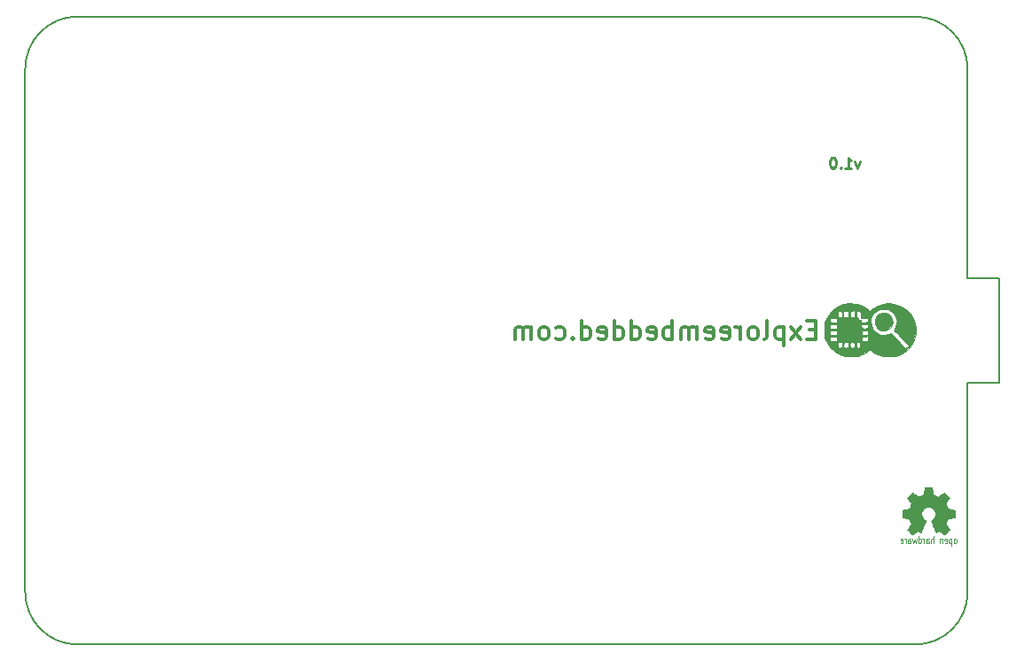
<source format=gbr>
G04 #@! TF.FileFunction,Legend,Bot*
%FSLAX46Y46*%
G04 Gerber Fmt 4.6, Leading zero omitted, Abs format (unit mm)*
G04 Created by KiCad (PCBNEW 4.0.7) date 09/21/17 19:05:52*
%MOMM*%
%LPD*%
G01*
G04 APERTURE LIST*
%ADD10C,0.100000*%
%ADD11C,0.254000*%
%ADD12C,0.150000*%
%ADD13C,0.300000*%
%ADD14C,0.075000*%
%ADD15C,0.002540*%
G04 APERTURE END LIST*
D10*
D11*
X144707428Y-81316286D02*
X144465523Y-81993619D01*
X144223619Y-81316286D01*
X143304381Y-81993619D02*
X143884952Y-81993619D01*
X143594666Y-81993619D02*
X143594666Y-80977619D01*
X143691428Y-81122762D01*
X143788190Y-81219524D01*
X143884952Y-81267905D01*
X142868952Y-81896857D02*
X142820571Y-81945238D01*
X142868952Y-81993619D01*
X142917333Y-81945238D01*
X142868952Y-81896857D01*
X142868952Y-81993619D01*
X142191618Y-80977619D02*
X142094857Y-80977619D01*
X141998095Y-81026000D01*
X141949714Y-81074381D01*
X141901333Y-81171143D01*
X141852952Y-81364667D01*
X141852952Y-81606571D01*
X141901333Y-81800095D01*
X141949714Y-81896857D01*
X141998095Y-81945238D01*
X142094857Y-81993619D01*
X142191618Y-81993619D01*
X142288380Y-81945238D01*
X142336761Y-81896857D01*
X142385142Y-81800095D01*
X142433523Y-81606571D01*
X142433523Y-81364667D01*
X142385142Y-81171143D01*
X142336761Y-81074381D01*
X142288380Y-81026000D01*
X142191618Y-80977619D01*
D12*
X65000000Y-112500000D02*
X65000000Y-82500000D01*
X155000000Y-77500000D02*
X155000000Y-87500000D01*
X65000000Y-122500000D02*
X65000000Y-112500000D01*
X65000000Y-72500000D02*
X65000000Y-82500000D01*
X158000000Y-102500000D02*
X155000000Y-102500000D01*
X158000000Y-92500000D02*
X158000000Y-102500000D01*
X155000000Y-92500000D02*
X158000000Y-92500000D01*
X150000000Y-67500000D02*
X70000000Y-67500000D01*
X155000000Y-77500000D02*
X155000000Y-72500000D01*
X155000000Y-122500000D02*
X155000000Y-102500000D01*
X70000000Y-127500000D02*
X150000000Y-127500000D01*
X155000000Y-72500000D02*
G75*
G03X150000000Y-67500000I-5000000J0D01*
G01*
X150000000Y-127500000D02*
G75*
G03X155000000Y-122500000I0J5000000D01*
G01*
X65000000Y-122500000D02*
G75*
G03X70000000Y-127500000I5000000J0D01*
G01*
X70000000Y-67500000D02*
G75*
G03X65000000Y-72500000I0J-5000000D01*
G01*
X155000000Y-92500000D02*
X155000000Y-87500000D01*
D13*
X140462002Y-97409000D02*
X139869335Y-97409000D01*
X139615335Y-98340333D02*
X140462002Y-98340333D01*
X140462002Y-96562333D01*
X139615335Y-96562333D01*
X139022668Y-98340333D02*
X138091335Y-97155000D01*
X139022668Y-97155000D02*
X138091335Y-98340333D01*
X137414002Y-97155000D02*
X137414002Y-98933000D01*
X137414002Y-97239667D02*
X137244668Y-97155000D01*
X136906002Y-97155000D01*
X136736668Y-97239667D01*
X136652002Y-97324333D01*
X136567335Y-97493667D01*
X136567335Y-98001667D01*
X136652002Y-98171000D01*
X136736668Y-98255667D01*
X136906002Y-98340333D01*
X137244668Y-98340333D01*
X137414002Y-98255667D01*
X135551335Y-98340333D02*
X135720668Y-98255667D01*
X135805335Y-98086333D01*
X135805335Y-96562333D01*
X134620002Y-98340333D02*
X134789335Y-98255667D01*
X134874002Y-98171000D01*
X134958668Y-98001667D01*
X134958668Y-97493667D01*
X134874002Y-97324333D01*
X134789335Y-97239667D01*
X134620002Y-97155000D01*
X134366002Y-97155000D01*
X134196668Y-97239667D01*
X134112002Y-97324333D01*
X134027335Y-97493667D01*
X134027335Y-98001667D01*
X134112002Y-98171000D01*
X134196668Y-98255667D01*
X134366002Y-98340333D01*
X134620002Y-98340333D01*
X133265335Y-98340333D02*
X133265335Y-97155000D01*
X133265335Y-97493667D02*
X133180668Y-97324333D01*
X133096001Y-97239667D01*
X132926668Y-97155000D01*
X132757335Y-97155000D01*
X131487334Y-98255667D02*
X131656668Y-98340333D01*
X131995334Y-98340333D01*
X132164668Y-98255667D01*
X132249334Y-98086333D01*
X132249334Y-97409000D01*
X132164668Y-97239667D01*
X131995334Y-97155000D01*
X131656668Y-97155000D01*
X131487334Y-97239667D01*
X131402668Y-97409000D01*
X131402668Y-97578333D01*
X132249334Y-97747667D01*
X129963334Y-98255667D02*
X130132668Y-98340333D01*
X130471334Y-98340333D01*
X130640668Y-98255667D01*
X130725334Y-98086333D01*
X130725334Y-97409000D01*
X130640668Y-97239667D01*
X130471334Y-97155000D01*
X130132668Y-97155000D01*
X129963334Y-97239667D01*
X129878668Y-97409000D01*
X129878668Y-97578333D01*
X130725334Y-97747667D01*
X129116668Y-98340333D02*
X129116668Y-97155000D01*
X129116668Y-97324333D02*
X129032001Y-97239667D01*
X128862668Y-97155000D01*
X128608668Y-97155000D01*
X128439334Y-97239667D01*
X128354668Y-97409000D01*
X128354668Y-98340333D01*
X128354668Y-97409000D02*
X128270001Y-97239667D01*
X128100668Y-97155000D01*
X127846668Y-97155000D01*
X127677334Y-97239667D01*
X127592668Y-97409000D01*
X127592668Y-98340333D01*
X126746001Y-98340333D02*
X126746001Y-96562333D01*
X126746001Y-97239667D02*
X126576667Y-97155000D01*
X126238001Y-97155000D01*
X126068667Y-97239667D01*
X125984001Y-97324333D01*
X125899334Y-97493667D01*
X125899334Y-98001667D01*
X125984001Y-98171000D01*
X126068667Y-98255667D01*
X126238001Y-98340333D01*
X126576667Y-98340333D01*
X126746001Y-98255667D01*
X124460000Y-98255667D02*
X124629334Y-98340333D01*
X124968000Y-98340333D01*
X125137334Y-98255667D01*
X125222000Y-98086333D01*
X125222000Y-97409000D01*
X125137334Y-97239667D01*
X124968000Y-97155000D01*
X124629334Y-97155000D01*
X124460000Y-97239667D01*
X124375334Y-97409000D01*
X124375334Y-97578333D01*
X125222000Y-97747667D01*
X122851334Y-98340333D02*
X122851334Y-96562333D01*
X122851334Y-98255667D02*
X123020667Y-98340333D01*
X123359334Y-98340333D01*
X123528667Y-98255667D01*
X123613334Y-98171000D01*
X123698000Y-98001667D01*
X123698000Y-97493667D01*
X123613334Y-97324333D01*
X123528667Y-97239667D01*
X123359334Y-97155000D01*
X123020667Y-97155000D01*
X122851334Y-97239667D01*
X121242667Y-98340333D02*
X121242667Y-96562333D01*
X121242667Y-98255667D02*
X121412000Y-98340333D01*
X121750667Y-98340333D01*
X121920000Y-98255667D01*
X122004667Y-98171000D01*
X122089333Y-98001667D01*
X122089333Y-97493667D01*
X122004667Y-97324333D01*
X121920000Y-97239667D01*
X121750667Y-97155000D01*
X121412000Y-97155000D01*
X121242667Y-97239667D01*
X119718666Y-98255667D02*
X119888000Y-98340333D01*
X120226666Y-98340333D01*
X120396000Y-98255667D01*
X120480666Y-98086333D01*
X120480666Y-97409000D01*
X120396000Y-97239667D01*
X120226666Y-97155000D01*
X119888000Y-97155000D01*
X119718666Y-97239667D01*
X119634000Y-97409000D01*
X119634000Y-97578333D01*
X120480666Y-97747667D01*
X118110000Y-98340333D02*
X118110000Y-96562333D01*
X118110000Y-98255667D02*
X118279333Y-98340333D01*
X118618000Y-98340333D01*
X118787333Y-98255667D01*
X118872000Y-98171000D01*
X118956666Y-98001667D01*
X118956666Y-97493667D01*
X118872000Y-97324333D01*
X118787333Y-97239667D01*
X118618000Y-97155000D01*
X118279333Y-97155000D01*
X118110000Y-97239667D01*
X117263333Y-98171000D02*
X117178666Y-98255667D01*
X117263333Y-98340333D01*
X117347999Y-98255667D01*
X117263333Y-98171000D01*
X117263333Y-98340333D01*
X115654666Y-98255667D02*
X115823999Y-98340333D01*
X116162666Y-98340333D01*
X116331999Y-98255667D01*
X116416666Y-98171000D01*
X116501332Y-98001667D01*
X116501332Y-97493667D01*
X116416666Y-97324333D01*
X116331999Y-97239667D01*
X116162666Y-97155000D01*
X115823999Y-97155000D01*
X115654666Y-97239667D01*
X114638666Y-98340333D02*
X114807999Y-98255667D01*
X114892666Y-98171000D01*
X114977332Y-98001667D01*
X114977332Y-97493667D01*
X114892666Y-97324333D01*
X114807999Y-97239667D01*
X114638666Y-97155000D01*
X114384666Y-97155000D01*
X114215332Y-97239667D01*
X114130666Y-97324333D01*
X114045999Y-97493667D01*
X114045999Y-98001667D01*
X114130666Y-98171000D01*
X114215332Y-98255667D01*
X114384666Y-98340333D01*
X114638666Y-98340333D01*
X113283999Y-98340333D02*
X113283999Y-97155000D01*
X113283999Y-97324333D02*
X113199332Y-97239667D01*
X113029999Y-97155000D01*
X112775999Y-97155000D01*
X112606665Y-97239667D01*
X112521999Y-97409000D01*
X112521999Y-98340333D01*
X112521999Y-97409000D02*
X112437332Y-97239667D01*
X112267999Y-97155000D01*
X112013999Y-97155000D01*
X111844665Y-97239667D01*
X111759999Y-97409000D01*
X111759999Y-98340333D01*
D14*
X149090000Y-117370000D02*
X149090000Y-117830000D01*
X149000000Y-117370000D02*
X148950000Y-117370000D01*
X149050000Y-117400000D02*
X149000000Y-117370000D01*
X149070000Y-117420000D02*
X149050000Y-117400000D01*
X149090000Y-117490000D02*
X149070000Y-117420000D01*
X148650000Y-117830000D02*
X148600000Y-117800000D01*
X148750000Y-117830000D02*
X148650000Y-117830000D01*
X148790000Y-117800000D02*
X148750000Y-117830000D01*
X148810000Y-117730000D02*
X148790000Y-117800000D01*
X148810000Y-117460000D02*
X148810000Y-117730000D01*
X148780000Y-117400000D02*
X148810000Y-117460000D01*
X148740000Y-117370000D02*
X148780000Y-117400000D01*
X148640000Y-117370000D02*
X148740000Y-117370000D01*
X148600000Y-117410000D02*
X148640000Y-117370000D01*
X148580000Y-117480000D02*
X148600000Y-117410000D01*
X148580000Y-117600000D02*
X148580000Y-117480000D01*
X148580000Y-117600000D02*
X148810000Y-117600000D01*
X149330000Y-117460000D02*
X149330000Y-117830000D01*
X149360000Y-117400000D02*
X149330000Y-117460000D01*
X149400000Y-117370000D02*
X149360000Y-117400000D01*
X149500000Y-117370000D02*
X149400000Y-117370000D01*
X149550000Y-117400000D02*
X149500000Y-117370000D01*
X149490000Y-117560000D02*
X149540000Y-117590000D01*
X149370000Y-117560000D02*
X149490000Y-117560000D01*
X149330000Y-117530000D02*
X149370000Y-117560000D01*
X149380000Y-117830000D02*
X149330000Y-117790000D01*
X149500000Y-117830000D02*
X149380000Y-117830000D01*
X149550000Y-117790000D02*
X149500000Y-117830000D01*
X149570000Y-117730000D02*
X149550000Y-117790000D01*
X149570000Y-117660000D02*
X149570000Y-117730000D01*
X149540000Y-117590000D02*
X149570000Y-117660000D01*
X150120000Y-117370000D02*
X150020000Y-117830000D01*
X150020000Y-117830000D02*
X149930000Y-117490000D01*
X149930000Y-117490000D02*
X149830000Y-117830000D01*
X149830000Y-117830000D02*
X149730000Y-117370000D01*
X150310000Y-117800000D02*
X150350000Y-117830000D01*
X150350000Y-117830000D02*
X150460000Y-117830000D01*
X150460000Y-117830000D02*
X150500000Y-117800000D01*
X150500000Y-117800000D02*
X150520000Y-117770000D01*
X150520000Y-117770000D02*
X150550000Y-117700000D01*
X150550000Y-117700000D02*
X150550000Y-117500000D01*
X150550000Y-117500000D02*
X150520000Y-117430000D01*
X150520000Y-117430000D02*
X150500000Y-117400000D01*
X150500000Y-117400000D02*
X150440000Y-117360000D01*
X150440000Y-117360000D02*
X150370000Y-117360000D01*
X150370000Y-117360000D02*
X150310000Y-117400000D01*
X150310000Y-117130000D02*
X150310000Y-117830000D01*
X150830000Y-117490000D02*
X150810000Y-117420000D01*
X150810000Y-117420000D02*
X150790000Y-117400000D01*
X150790000Y-117400000D02*
X150740000Y-117370000D01*
X150740000Y-117370000D02*
X150690000Y-117370000D01*
X150830000Y-117370000D02*
X150830000Y-117830000D01*
X151280000Y-117590000D02*
X151310000Y-117660000D01*
X151310000Y-117660000D02*
X151310000Y-117730000D01*
X151310000Y-117730000D02*
X151290000Y-117790000D01*
X151290000Y-117790000D02*
X151240000Y-117830000D01*
X151240000Y-117830000D02*
X151120000Y-117830000D01*
X151120000Y-117830000D02*
X151070000Y-117790000D01*
X151070000Y-117530000D02*
X151110000Y-117560000D01*
X151110000Y-117560000D02*
X151230000Y-117560000D01*
X151230000Y-117560000D02*
X151280000Y-117590000D01*
X151290000Y-117400000D02*
X151240000Y-117370000D01*
X151240000Y-117370000D02*
X151140000Y-117370000D01*
X151140000Y-117370000D02*
X151100000Y-117400000D01*
X151100000Y-117400000D02*
X151070000Y-117460000D01*
X151070000Y-117460000D02*
X151070000Y-117830000D01*
X151740000Y-117440000D02*
X151720000Y-117400000D01*
X151720000Y-117400000D02*
X151670000Y-117370000D01*
X151670000Y-117370000D02*
X151590000Y-117370000D01*
X151590000Y-117370000D02*
X151550000Y-117400000D01*
X151550000Y-117400000D02*
X151530000Y-117460000D01*
X151530000Y-117460000D02*
X151530000Y-117830000D01*
X151740000Y-117130000D02*
X151740000Y-117830000D01*
X152790000Y-117600000D02*
X153020000Y-117600000D01*
X152570000Y-117430000D02*
X152550000Y-117400000D01*
X152550000Y-117400000D02*
X152510000Y-117370000D01*
X152510000Y-117370000D02*
X152420000Y-117370000D01*
X152420000Y-117370000D02*
X152380000Y-117400000D01*
X152380000Y-117400000D02*
X152360000Y-117460000D01*
X152360000Y-117460000D02*
X152360000Y-117830000D01*
X152570000Y-117370000D02*
X152570000Y-117830000D01*
X152790000Y-117600000D02*
X152790000Y-117480000D01*
X152790000Y-117480000D02*
X152810000Y-117410000D01*
X152810000Y-117410000D02*
X152850000Y-117370000D01*
X152850000Y-117370000D02*
X152950000Y-117370000D01*
X152950000Y-117370000D02*
X152990000Y-117400000D01*
X152990000Y-117400000D02*
X153020000Y-117460000D01*
X153020000Y-117460000D02*
X153020000Y-117730000D01*
X153020000Y-117730000D02*
X153000000Y-117800000D01*
X153000000Y-117800000D02*
X152960000Y-117830000D01*
X152960000Y-117830000D02*
X152860000Y-117830000D01*
X152860000Y-117830000D02*
X152810000Y-117800000D01*
X153450000Y-117400000D02*
X153410000Y-117370000D01*
X153410000Y-117370000D02*
X153310000Y-117370000D01*
X153310000Y-117370000D02*
X153270000Y-117400000D01*
X153270000Y-117400000D02*
X153240000Y-117430000D01*
X153240000Y-117430000D02*
X153220000Y-117490000D01*
X153220000Y-117490000D02*
X153220000Y-117710000D01*
X153220000Y-117710000D02*
X153240000Y-117770000D01*
X153240000Y-117770000D02*
X153260000Y-117800000D01*
X153260000Y-117800000D02*
X153300000Y-117830000D01*
X153300000Y-117830000D02*
X153400000Y-117830000D01*
X153400000Y-117830000D02*
X153450000Y-117800000D01*
X153450000Y-118070000D02*
X153450000Y-117370000D01*
X153760000Y-117370000D02*
X153840000Y-117370000D01*
X153840000Y-117370000D02*
X153880000Y-117400000D01*
X153880000Y-117400000D02*
X153900000Y-117430000D01*
X153900000Y-117430000D02*
X153930000Y-117500000D01*
X153840000Y-117830000D02*
X153760000Y-117830000D01*
X153760000Y-117830000D02*
X153710000Y-117800000D01*
X153710000Y-117800000D02*
X153690000Y-117770000D01*
X153690000Y-117770000D02*
X153670000Y-117700000D01*
X153670000Y-117700000D02*
X153670000Y-117500000D01*
X153670000Y-117500000D02*
X153690000Y-117440000D01*
X153690000Y-117440000D02*
X153710000Y-117410000D01*
X153710000Y-117410000D02*
X153760000Y-117370000D01*
X153930000Y-117500000D02*
X153930000Y-117700000D01*
X153930000Y-117700000D02*
X153910000Y-117760000D01*
X153910000Y-117760000D02*
X153890000Y-117790000D01*
X153890000Y-117790000D02*
X153840000Y-117830000D01*
D15*
G36*
X152763840Y-116995360D02*
X152738440Y-116980120D01*
X152680020Y-116944560D01*
X152596200Y-116888680D01*
X152497140Y-116822640D01*
X152398080Y-116756600D01*
X152316800Y-116703260D01*
X152260920Y-116665160D01*
X152235520Y-116652460D01*
X152222820Y-116657540D01*
X152177100Y-116680400D01*
X152108520Y-116715960D01*
X152067880Y-116736280D01*
X152006920Y-116761680D01*
X151973900Y-116769300D01*
X151968820Y-116759140D01*
X151945960Y-116710880D01*
X151910400Y-116629600D01*
X151864680Y-116520380D01*
X151808800Y-116393380D01*
X151752920Y-116258760D01*
X151694500Y-116119060D01*
X151638620Y-115984440D01*
X151590360Y-115865060D01*
X151549720Y-115768540D01*
X151524320Y-115699960D01*
X151514160Y-115672020D01*
X151516700Y-115664400D01*
X151549720Y-115633920D01*
X151603060Y-115593280D01*
X151722440Y-115496760D01*
X151839280Y-115351980D01*
X151910400Y-115186880D01*
X151933260Y-115001460D01*
X151912940Y-114831280D01*
X151846900Y-114668720D01*
X151732600Y-114521400D01*
X151592900Y-114412180D01*
X151430340Y-114343600D01*
X151250000Y-114320740D01*
X151077280Y-114341060D01*
X150909640Y-114407100D01*
X150762320Y-114518860D01*
X150698820Y-114589980D01*
X150612460Y-114739840D01*
X150564200Y-114897320D01*
X150559120Y-114937960D01*
X150566740Y-115113220D01*
X150617540Y-115283400D01*
X150711520Y-115433260D01*
X150841060Y-115557720D01*
X150856300Y-115567880D01*
X150914720Y-115613600D01*
X150955360Y-115644080D01*
X150985840Y-115669480D01*
X150762320Y-116207960D01*
X150726760Y-116291780D01*
X150665800Y-116439100D01*
X150612460Y-116566100D01*
X150569280Y-116667700D01*
X150538800Y-116733740D01*
X150526100Y-116761680D01*
X150526100Y-116764220D01*
X150505780Y-116766760D01*
X150465140Y-116751520D01*
X150388940Y-116715960D01*
X150340680Y-116690560D01*
X150282260Y-116662620D01*
X150256860Y-116652460D01*
X150234000Y-116665160D01*
X150180660Y-116700720D01*
X150099380Y-116754060D01*
X150002860Y-116817560D01*
X149911420Y-116881060D01*
X149827600Y-116936940D01*
X149766640Y-116975040D01*
X149736160Y-116992820D01*
X149731080Y-116992820D01*
X149705680Y-116977580D01*
X149657420Y-116936940D01*
X149583760Y-116868360D01*
X149479620Y-116764220D01*
X149464380Y-116748980D01*
X149378020Y-116662620D01*
X149309440Y-116588960D01*
X149263720Y-116538160D01*
X149245940Y-116515300D01*
X149245940Y-116515300D01*
X149261180Y-116484820D01*
X149299280Y-116423860D01*
X149355160Y-116337500D01*
X149423740Y-116238440D01*
X149601540Y-115979360D01*
X149505020Y-115735520D01*
X149474540Y-115659320D01*
X149436440Y-115570420D01*
X149408500Y-115504380D01*
X149393260Y-115476440D01*
X149367860Y-115466280D01*
X149299280Y-115451040D01*
X149202760Y-115430720D01*
X149088460Y-115410400D01*
X148976700Y-115390080D01*
X148877640Y-115369760D01*
X148806520Y-115357060D01*
X148773500Y-115349440D01*
X148765880Y-115344360D01*
X148758260Y-115329120D01*
X148755720Y-115296100D01*
X148753180Y-115235140D01*
X148750640Y-115141160D01*
X148750640Y-115001460D01*
X148750640Y-114986220D01*
X148753180Y-114856680D01*
X148755720Y-114750000D01*
X148758260Y-114683960D01*
X148763340Y-114656020D01*
X148763340Y-114656020D01*
X148793820Y-114648400D01*
X148864940Y-114633160D01*
X148964000Y-114615380D01*
X149083380Y-114592520D01*
X149091000Y-114589980D01*
X149207840Y-114567120D01*
X149306900Y-114546800D01*
X149378020Y-114531560D01*
X149405960Y-114521400D01*
X149413580Y-114513780D01*
X149436440Y-114468060D01*
X149469460Y-114394400D01*
X149510100Y-114305500D01*
X149548200Y-114211520D01*
X149581220Y-114127700D01*
X149604080Y-114066740D01*
X149611700Y-114038800D01*
X149609160Y-114036260D01*
X149591380Y-114008320D01*
X149550740Y-113947360D01*
X149494860Y-113863540D01*
X149426280Y-113761940D01*
X149421200Y-113754320D01*
X149352620Y-113655260D01*
X149296740Y-113568900D01*
X149261180Y-113510480D01*
X149245940Y-113482540D01*
X149245940Y-113480000D01*
X149268800Y-113449520D01*
X149319600Y-113393640D01*
X149393260Y-113317440D01*
X149479620Y-113228540D01*
X149507560Y-113203140D01*
X149606620Y-113106620D01*
X149672660Y-113045660D01*
X149715840Y-113012640D01*
X149736160Y-113005020D01*
X149736160Y-113005020D01*
X149766640Y-113022800D01*
X149830140Y-113063440D01*
X149913960Y-113121860D01*
X150015560Y-113190440D01*
X150023180Y-113195520D01*
X150122240Y-113264100D01*
X150206060Y-113319980D01*
X150264480Y-113360620D01*
X150292420Y-113375860D01*
X150294960Y-113375860D01*
X150335600Y-113363160D01*
X150406720Y-113337760D01*
X150495620Y-113304740D01*
X150587060Y-113266640D01*
X150670880Y-113231080D01*
X150734380Y-113203140D01*
X150764860Y-113185360D01*
X150764860Y-113185360D01*
X150775020Y-113149800D01*
X150792800Y-113073600D01*
X150813120Y-112972000D01*
X150838520Y-112850080D01*
X150841060Y-112829760D01*
X150863920Y-112710380D01*
X150881700Y-112611320D01*
X150896940Y-112542740D01*
X150904560Y-112514800D01*
X150919800Y-112512260D01*
X150978220Y-112507180D01*
X151067120Y-112504640D01*
X151176340Y-112504640D01*
X151288100Y-112504640D01*
X151397320Y-112507180D01*
X151491300Y-112509720D01*
X151559880Y-112514800D01*
X151587820Y-112519880D01*
X151587820Y-112522420D01*
X151597980Y-112560520D01*
X151615760Y-112634180D01*
X151636080Y-112738320D01*
X151658940Y-112860240D01*
X151664020Y-112883100D01*
X151686880Y-112999940D01*
X151707200Y-113099000D01*
X151719900Y-113165040D01*
X151727520Y-113192980D01*
X151740220Y-113198060D01*
X151788480Y-113218380D01*
X151867220Y-113251400D01*
X151966280Y-113292040D01*
X152194880Y-113383480D01*
X152476820Y-113192980D01*
X152502220Y-113175200D01*
X152603820Y-113106620D01*
X152685100Y-113050740D01*
X152743520Y-113012640D01*
X152766380Y-112999940D01*
X152768920Y-112999940D01*
X152796860Y-113025340D01*
X152852740Y-113078680D01*
X152928940Y-113152340D01*
X153017840Y-113238700D01*
X153081340Y-113304740D01*
X153160080Y-113383480D01*
X153208340Y-113436820D01*
X153236280Y-113469840D01*
X153243900Y-113490160D01*
X153241360Y-113505400D01*
X153223580Y-113533340D01*
X153182940Y-113594300D01*
X153124520Y-113680660D01*
X153055940Y-113779720D01*
X153000060Y-113863540D01*
X152939100Y-113957520D01*
X152901000Y-114023560D01*
X152885760Y-114056580D01*
X152890840Y-114069280D01*
X152908620Y-114125160D01*
X152944180Y-114208980D01*
X152984820Y-114308040D01*
X153083880Y-114529020D01*
X153228660Y-114556960D01*
X153317560Y-114574740D01*
X153439480Y-114597600D01*
X153558860Y-114620460D01*
X153741740Y-114656020D01*
X153749360Y-115331660D01*
X153721420Y-115344360D01*
X153693480Y-115351980D01*
X153624900Y-115367220D01*
X153528380Y-115387540D01*
X153411540Y-115407860D01*
X153315020Y-115425640D01*
X153215960Y-115445960D01*
X153144840Y-115458660D01*
X153114360Y-115466280D01*
X153104200Y-115476440D01*
X153081340Y-115524700D01*
X153045780Y-115600900D01*
X153005140Y-115692340D01*
X152967040Y-115786320D01*
X152931480Y-115875220D01*
X152908620Y-115941260D01*
X152898460Y-115974280D01*
X152911160Y-116002220D01*
X152949260Y-116060640D01*
X153002600Y-116141920D01*
X153071180Y-116240980D01*
X153137220Y-116337500D01*
X153195640Y-116421320D01*
X153233740Y-116482280D01*
X153251520Y-116510220D01*
X153241360Y-116528000D01*
X153203260Y-116576260D01*
X153129600Y-116652460D01*
X153017840Y-116761680D01*
X153000060Y-116779460D01*
X152913700Y-116863280D01*
X152840040Y-116931860D01*
X152786700Y-116977580D01*
X152763840Y-116995360D01*
X152763840Y-116995360D01*
G37*
X152763840Y-116995360D02*
X152738440Y-116980120D01*
X152680020Y-116944560D01*
X152596200Y-116888680D01*
X152497140Y-116822640D01*
X152398080Y-116756600D01*
X152316800Y-116703260D01*
X152260920Y-116665160D01*
X152235520Y-116652460D01*
X152222820Y-116657540D01*
X152177100Y-116680400D01*
X152108520Y-116715960D01*
X152067880Y-116736280D01*
X152006920Y-116761680D01*
X151973900Y-116769300D01*
X151968820Y-116759140D01*
X151945960Y-116710880D01*
X151910400Y-116629600D01*
X151864680Y-116520380D01*
X151808800Y-116393380D01*
X151752920Y-116258760D01*
X151694500Y-116119060D01*
X151638620Y-115984440D01*
X151590360Y-115865060D01*
X151549720Y-115768540D01*
X151524320Y-115699960D01*
X151514160Y-115672020D01*
X151516700Y-115664400D01*
X151549720Y-115633920D01*
X151603060Y-115593280D01*
X151722440Y-115496760D01*
X151839280Y-115351980D01*
X151910400Y-115186880D01*
X151933260Y-115001460D01*
X151912940Y-114831280D01*
X151846900Y-114668720D01*
X151732600Y-114521400D01*
X151592900Y-114412180D01*
X151430340Y-114343600D01*
X151250000Y-114320740D01*
X151077280Y-114341060D01*
X150909640Y-114407100D01*
X150762320Y-114518860D01*
X150698820Y-114589980D01*
X150612460Y-114739840D01*
X150564200Y-114897320D01*
X150559120Y-114937960D01*
X150566740Y-115113220D01*
X150617540Y-115283400D01*
X150711520Y-115433260D01*
X150841060Y-115557720D01*
X150856300Y-115567880D01*
X150914720Y-115613600D01*
X150955360Y-115644080D01*
X150985840Y-115669480D01*
X150762320Y-116207960D01*
X150726760Y-116291780D01*
X150665800Y-116439100D01*
X150612460Y-116566100D01*
X150569280Y-116667700D01*
X150538800Y-116733740D01*
X150526100Y-116761680D01*
X150526100Y-116764220D01*
X150505780Y-116766760D01*
X150465140Y-116751520D01*
X150388940Y-116715960D01*
X150340680Y-116690560D01*
X150282260Y-116662620D01*
X150256860Y-116652460D01*
X150234000Y-116665160D01*
X150180660Y-116700720D01*
X150099380Y-116754060D01*
X150002860Y-116817560D01*
X149911420Y-116881060D01*
X149827600Y-116936940D01*
X149766640Y-116975040D01*
X149736160Y-116992820D01*
X149731080Y-116992820D01*
X149705680Y-116977580D01*
X149657420Y-116936940D01*
X149583760Y-116868360D01*
X149479620Y-116764220D01*
X149464380Y-116748980D01*
X149378020Y-116662620D01*
X149309440Y-116588960D01*
X149263720Y-116538160D01*
X149245940Y-116515300D01*
X149245940Y-116515300D01*
X149261180Y-116484820D01*
X149299280Y-116423860D01*
X149355160Y-116337500D01*
X149423740Y-116238440D01*
X149601540Y-115979360D01*
X149505020Y-115735520D01*
X149474540Y-115659320D01*
X149436440Y-115570420D01*
X149408500Y-115504380D01*
X149393260Y-115476440D01*
X149367860Y-115466280D01*
X149299280Y-115451040D01*
X149202760Y-115430720D01*
X149088460Y-115410400D01*
X148976700Y-115390080D01*
X148877640Y-115369760D01*
X148806520Y-115357060D01*
X148773500Y-115349440D01*
X148765880Y-115344360D01*
X148758260Y-115329120D01*
X148755720Y-115296100D01*
X148753180Y-115235140D01*
X148750640Y-115141160D01*
X148750640Y-115001460D01*
X148750640Y-114986220D01*
X148753180Y-114856680D01*
X148755720Y-114750000D01*
X148758260Y-114683960D01*
X148763340Y-114656020D01*
X148763340Y-114656020D01*
X148793820Y-114648400D01*
X148864940Y-114633160D01*
X148964000Y-114615380D01*
X149083380Y-114592520D01*
X149091000Y-114589980D01*
X149207840Y-114567120D01*
X149306900Y-114546800D01*
X149378020Y-114531560D01*
X149405960Y-114521400D01*
X149413580Y-114513780D01*
X149436440Y-114468060D01*
X149469460Y-114394400D01*
X149510100Y-114305500D01*
X149548200Y-114211520D01*
X149581220Y-114127700D01*
X149604080Y-114066740D01*
X149611700Y-114038800D01*
X149609160Y-114036260D01*
X149591380Y-114008320D01*
X149550740Y-113947360D01*
X149494860Y-113863540D01*
X149426280Y-113761940D01*
X149421200Y-113754320D01*
X149352620Y-113655260D01*
X149296740Y-113568900D01*
X149261180Y-113510480D01*
X149245940Y-113482540D01*
X149245940Y-113480000D01*
X149268800Y-113449520D01*
X149319600Y-113393640D01*
X149393260Y-113317440D01*
X149479620Y-113228540D01*
X149507560Y-113203140D01*
X149606620Y-113106620D01*
X149672660Y-113045660D01*
X149715840Y-113012640D01*
X149736160Y-113005020D01*
X149736160Y-113005020D01*
X149766640Y-113022800D01*
X149830140Y-113063440D01*
X149913960Y-113121860D01*
X150015560Y-113190440D01*
X150023180Y-113195520D01*
X150122240Y-113264100D01*
X150206060Y-113319980D01*
X150264480Y-113360620D01*
X150292420Y-113375860D01*
X150294960Y-113375860D01*
X150335600Y-113363160D01*
X150406720Y-113337760D01*
X150495620Y-113304740D01*
X150587060Y-113266640D01*
X150670880Y-113231080D01*
X150734380Y-113203140D01*
X150764860Y-113185360D01*
X150764860Y-113185360D01*
X150775020Y-113149800D01*
X150792800Y-113073600D01*
X150813120Y-112972000D01*
X150838520Y-112850080D01*
X150841060Y-112829760D01*
X150863920Y-112710380D01*
X150881700Y-112611320D01*
X150896940Y-112542740D01*
X150904560Y-112514800D01*
X150919800Y-112512260D01*
X150978220Y-112507180D01*
X151067120Y-112504640D01*
X151176340Y-112504640D01*
X151288100Y-112504640D01*
X151397320Y-112507180D01*
X151491300Y-112509720D01*
X151559880Y-112514800D01*
X151587820Y-112519880D01*
X151587820Y-112522420D01*
X151597980Y-112560520D01*
X151615760Y-112634180D01*
X151636080Y-112738320D01*
X151658940Y-112860240D01*
X151664020Y-112883100D01*
X151686880Y-112999940D01*
X151707200Y-113099000D01*
X151719900Y-113165040D01*
X151727520Y-113192980D01*
X151740220Y-113198060D01*
X151788480Y-113218380D01*
X151867220Y-113251400D01*
X151966280Y-113292040D01*
X152194880Y-113383480D01*
X152476820Y-113192980D01*
X152502220Y-113175200D01*
X152603820Y-113106620D01*
X152685100Y-113050740D01*
X152743520Y-113012640D01*
X152766380Y-112999940D01*
X152768920Y-112999940D01*
X152796860Y-113025340D01*
X152852740Y-113078680D01*
X152928940Y-113152340D01*
X153017840Y-113238700D01*
X153081340Y-113304740D01*
X153160080Y-113383480D01*
X153208340Y-113436820D01*
X153236280Y-113469840D01*
X153243900Y-113490160D01*
X153241360Y-113505400D01*
X153223580Y-113533340D01*
X153182940Y-113594300D01*
X153124520Y-113680660D01*
X153055940Y-113779720D01*
X153000060Y-113863540D01*
X152939100Y-113957520D01*
X152901000Y-114023560D01*
X152885760Y-114056580D01*
X152890840Y-114069280D01*
X152908620Y-114125160D01*
X152944180Y-114208980D01*
X152984820Y-114308040D01*
X153083880Y-114529020D01*
X153228660Y-114556960D01*
X153317560Y-114574740D01*
X153439480Y-114597600D01*
X153558860Y-114620460D01*
X153741740Y-114656020D01*
X153749360Y-115331660D01*
X153721420Y-115344360D01*
X153693480Y-115351980D01*
X153624900Y-115367220D01*
X153528380Y-115387540D01*
X153411540Y-115407860D01*
X153315020Y-115425640D01*
X153215960Y-115445960D01*
X153144840Y-115458660D01*
X153114360Y-115466280D01*
X153104200Y-115476440D01*
X153081340Y-115524700D01*
X153045780Y-115600900D01*
X153005140Y-115692340D01*
X152967040Y-115786320D01*
X152931480Y-115875220D01*
X152908620Y-115941260D01*
X152898460Y-115974280D01*
X152911160Y-116002220D01*
X152949260Y-116060640D01*
X153002600Y-116141920D01*
X153071180Y-116240980D01*
X153137220Y-116337500D01*
X153195640Y-116421320D01*
X153233740Y-116482280D01*
X153251520Y-116510220D01*
X153241360Y-116528000D01*
X153203260Y-116576260D01*
X153129600Y-116652460D01*
X153017840Y-116761680D01*
X153000060Y-116779460D01*
X152913700Y-116863280D01*
X152840040Y-116931860D01*
X152786700Y-116977580D01*
X152763840Y-116995360D01*
G36*
X141310360Y-97472500D02*
X141317980Y-97800160D01*
X141333220Y-98033840D01*
X141368780Y-98214180D01*
X141424660Y-98379280D01*
X141467840Y-98473260D01*
X141767560Y-98973640D01*
X141851380Y-99062540D01*
X141851380Y-96311720D01*
X142179040Y-96311720D01*
X142372080Y-96314260D01*
X142466060Y-96339660D01*
X142501620Y-96405700D01*
X142506700Y-96494600D01*
X142488920Y-96657160D01*
X142420340Y-96735900D01*
X142270480Y-96753680D01*
X142153640Y-96748600D01*
X141986000Y-96728280D01*
X141904720Y-96674940D01*
X141876780Y-96558100D01*
X141871700Y-96520000D01*
X141851380Y-96311720D01*
X141851380Y-99062540D01*
X141859000Y-99072700D01*
X141859000Y-98503740D01*
X141859000Y-98280220D01*
X141859000Y-98054160D01*
X141859000Y-97924620D01*
X141859000Y-97698560D01*
X141859000Y-97472500D01*
X141859000Y-97342960D01*
X141859000Y-97119440D01*
X141859000Y-96893380D01*
X142181580Y-96893380D01*
X142506700Y-96893380D01*
X142506700Y-97119440D01*
X142506700Y-97342960D01*
X142181580Y-97342960D01*
X141859000Y-97342960D01*
X141859000Y-97472500D01*
X142181580Y-97472500D01*
X142506700Y-97472500D01*
X142506700Y-97698560D01*
X142506700Y-97924620D01*
X142181580Y-97924620D01*
X141859000Y-97924620D01*
X141859000Y-98054160D01*
X142181580Y-98054160D01*
X142506700Y-98054160D01*
X142506700Y-98280220D01*
X142506700Y-98503740D01*
X142181580Y-98503740D01*
X141859000Y-98503740D01*
X141859000Y-99072700D01*
X142140940Y-99372420D01*
X142570200Y-99659440D01*
X142570200Y-98861880D01*
X142570200Y-96248220D01*
X142570200Y-95920560D01*
X142570200Y-95592900D01*
X142778480Y-95613220D01*
X142905480Y-95633540D01*
X142971520Y-95689420D01*
X142999460Y-95813880D01*
X143009620Y-95940880D01*
X143027400Y-96248220D01*
X142798800Y-96248220D01*
X142570200Y-96248220D01*
X142570200Y-98861880D01*
X142575280Y-98681540D01*
X142608300Y-98597720D01*
X142694660Y-98569780D01*
X142796260Y-98569780D01*
X142935960Y-98574860D01*
X142999460Y-98615500D01*
X143019780Y-98729800D01*
X143019780Y-98861880D01*
X143017240Y-99039680D01*
X142984220Y-99120960D01*
X142897860Y-99148900D01*
X142796260Y-99151440D01*
X142656560Y-99143820D01*
X142590520Y-99103180D01*
X142572740Y-98988880D01*
X142570200Y-98861880D01*
X142570200Y-99659440D01*
X142600680Y-99682300D01*
X143002000Y-99860100D01*
X143149320Y-99903280D01*
X143149320Y-98861880D01*
X143149320Y-96248220D01*
X143149320Y-95925640D01*
X143149320Y-95600520D01*
X143375380Y-95600520D01*
X143601440Y-95600520D01*
X143601440Y-95925640D01*
X143601440Y-96248220D01*
X143375380Y-96248220D01*
X143149320Y-96248220D01*
X143149320Y-98861880D01*
X143156940Y-98681540D01*
X143189960Y-98597720D01*
X143276320Y-98569780D01*
X143375380Y-98569780D01*
X143515080Y-98574860D01*
X143581120Y-98615500D01*
X143601440Y-98729800D01*
X143601440Y-98861880D01*
X143596360Y-99039680D01*
X143563340Y-99120960D01*
X143476980Y-99148900D01*
X143375380Y-99151440D01*
X143238220Y-99143820D01*
X143172180Y-99103180D01*
X143151860Y-98988880D01*
X143149320Y-98861880D01*
X143149320Y-99903280D01*
X143238220Y-99933760D01*
X143449040Y-99974400D01*
X143695420Y-99984560D01*
X143746220Y-99982020D01*
X143746220Y-98861880D01*
X143751300Y-98681540D01*
X143764000Y-98640900D01*
X143764000Y-96034860D01*
X143764000Y-95925640D01*
X143769080Y-95745300D01*
X143804640Y-95656400D01*
X143893540Y-95623380D01*
X143972280Y-95613220D01*
X144180560Y-95592900D01*
X144180560Y-95925640D01*
X144180560Y-96255840D01*
X143972280Y-96232980D01*
X143842740Y-96215200D01*
X143784320Y-96161860D01*
X143764000Y-96034860D01*
X143764000Y-98640900D01*
X143779240Y-98597720D01*
X143865600Y-98569780D01*
X143962120Y-98569780D01*
X144099280Y-98574860D01*
X144162780Y-98618040D01*
X144180560Y-98732340D01*
X144180560Y-98861880D01*
X144178020Y-99039680D01*
X144145000Y-99120960D01*
X144058640Y-99148900D01*
X143967200Y-99151440D01*
X143835120Y-99143820D01*
X143771620Y-99098100D01*
X143751300Y-98983800D01*
X143746220Y-98861880D01*
X143746220Y-99982020D01*
X143977360Y-99976940D01*
X144297400Y-99954080D01*
X144358360Y-99941380D01*
X144358360Y-98991420D01*
X144360900Y-98958400D01*
X144360900Y-95681800D01*
X144404080Y-95643700D01*
X144533620Y-95615760D01*
X144548860Y-95615760D01*
X144757140Y-95592900D01*
X144774920Y-95966280D01*
X144795240Y-96339660D01*
X144828260Y-96337120D01*
X144828260Y-96022160D01*
X144828260Y-95763080D01*
X144858740Y-95730060D01*
X144891760Y-95763080D01*
X144858740Y-95793560D01*
X144828260Y-95763080D01*
X144828260Y-96022160D01*
X144858740Y-95989140D01*
X144891760Y-96022160D01*
X144858740Y-96055180D01*
X144828260Y-96022160D01*
X144828260Y-96337120D01*
X145133060Y-96319340D01*
X145331180Y-96311720D01*
X145432780Y-96329500D01*
X145468340Y-96387920D01*
X145473420Y-96494600D01*
X145463260Y-96619060D01*
X145407380Y-96680020D01*
X145270220Y-96705420D01*
X145199100Y-96710500D01*
X144988280Y-96720660D01*
X144876520Y-96705420D01*
X144833340Y-96652080D01*
X144828260Y-96598740D01*
X144800320Y-96517460D01*
X144780000Y-96512380D01*
X144630140Y-96507300D01*
X144579340Y-96426020D01*
X144589500Y-96375220D01*
X144586960Y-96273620D01*
X144498060Y-96248220D01*
X144416780Y-96222820D01*
X144383760Y-96128840D01*
X144376140Y-95989140D01*
X144373600Y-95811340D01*
X144363440Y-95697040D01*
X144360900Y-95681800D01*
X144360900Y-98958400D01*
X144365980Y-98861880D01*
X144386300Y-98681540D01*
X144429480Y-98595180D01*
X144515840Y-98569780D01*
X144576800Y-98569780D01*
X144691100Y-98577400D01*
X144744440Y-98628200D01*
X144762220Y-98755200D01*
X144762220Y-98861880D01*
X144759680Y-99039680D01*
X144726660Y-99120960D01*
X144640300Y-99148900D01*
X144553940Y-99151440D01*
X144426940Y-99143820D01*
X144368520Y-99103180D01*
X144358360Y-98991420D01*
X144358360Y-99941380D01*
X144538700Y-99913440D01*
X144759680Y-99842320D01*
X144820640Y-99811840D01*
X144820640Y-96893380D01*
X145145760Y-96893380D01*
X145338800Y-96895920D01*
X145435320Y-96921320D01*
X145468340Y-96987360D01*
X145473420Y-97078800D01*
X145455640Y-97210880D01*
X145381980Y-97279460D01*
X145229580Y-97307400D01*
X145059400Y-97304860D01*
X144917160Y-97282000D01*
X144856200Y-97203260D01*
X144840960Y-97096580D01*
X144820640Y-96893380D01*
X144820640Y-99811840D01*
X144858740Y-99796600D01*
X144858740Y-98280220D01*
X144858740Y-97698560D01*
X144868900Y-97581720D01*
X144917160Y-97520760D01*
X145041620Y-97495360D01*
X145166080Y-97485200D01*
X145473420Y-97464880D01*
X145473420Y-97698560D01*
X145473420Y-97932240D01*
X145166080Y-97911920D01*
X144980660Y-97894140D01*
X144891760Y-97858580D01*
X144863820Y-97779840D01*
X144858740Y-97698560D01*
X144858740Y-98280220D01*
X144868900Y-98160840D01*
X144917160Y-98102420D01*
X145041620Y-98074480D01*
X145166080Y-98064320D01*
X145473420Y-98046540D01*
X145473420Y-98280220D01*
X145473420Y-98511360D01*
X145166080Y-98493580D01*
X144980660Y-98475800D01*
X144891760Y-98437700D01*
X144863820Y-98358960D01*
X144858740Y-98280220D01*
X144858740Y-99796600D01*
X144970500Y-99745800D01*
X145196560Y-99623880D01*
X145384520Y-99504500D01*
X145498820Y-99413060D01*
X145569940Y-99347020D01*
X145635980Y-99331780D01*
X145729960Y-99372420D01*
X145729960Y-96680020D01*
X145773140Y-96329500D01*
X145917920Y-95996760D01*
X146164300Y-95704660D01*
X146301460Y-95595440D01*
X146451320Y-95509080D01*
X146613880Y-95460820D01*
X146834860Y-95443040D01*
X146994880Y-95440500D01*
X147248880Y-95445580D01*
X147421600Y-95468440D01*
X147556220Y-95526860D01*
X147695920Y-95628460D01*
X147708620Y-95638620D01*
X147927060Y-95859600D01*
X148104860Y-96133920D01*
X148219160Y-96413320D01*
X148247100Y-96598740D01*
X148219160Y-96860360D01*
X148150580Y-97119440D01*
X148051520Y-97322640D01*
X148005800Y-97381060D01*
X147939760Y-97462340D01*
X147965160Y-97528380D01*
X148059140Y-97602040D01*
X148160740Y-97693480D01*
X148328380Y-97858580D01*
X148536660Y-98071940D01*
X148765260Y-98315780D01*
X148793200Y-98346260D01*
X149369780Y-98973640D01*
X149214840Y-99098100D01*
X149059900Y-99225100D01*
X148635720Y-98785680D01*
X148409660Y-98544380D01*
X148181060Y-98300540D01*
X147990560Y-98087180D01*
X147947380Y-98036380D01*
X147683220Y-97729040D01*
X147452080Y-97828100D01*
X147076160Y-97917000D01*
X146692620Y-97881440D01*
X146519900Y-97825560D01*
X146182080Y-97622360D01*
X145938240Y-97348040D01*
X145785840Y-97028000D01*
X145729960Y-96680020D01*
X145729960Y-99372420D01*
X145732500Y-99374960D01*
X145897600Y-99486720D01*
X145912840Y-99501960D01*
X146385280Y-99763580D01*
X146908520Y-99928680D01*
X147452080Y-99994720D01*
X147982940Y-99956620D01*
X148376640Y-99847400D01*
X148889720Y-99588320D01*
X149321520Y-99240340D01*
X149656800Y-98816160D01*
X149893020Y-98331020D01*
X150022560Y-97802700D01*
X150035260Y-97238820D01*
X149992080Y-96944180D01*
X149880320Y-96525080D01*
X149707600Y-96166940D01*
X149453600Y-95826580D01*
X149336760Y-95697040D01*
X148930360Y-95354140D01*
X148460460Y-95102680D01*
X147952460Y-94955360D01*
X147426680Y-94904560D01*
X146905980Y-94957900D01*
X146408140Y-95112840D01*
X145958560Y-95371920D01*
X145856960Y-95453200D01*
X145669000Y-95610680D01*
X145458180Y-95453200D01*
X144993360Y-95168720D01*
X144475200Y-94988380D01*
X144254220Y-94945200D01*
X143692880Y-94909640D01*
X143151860Y-94998540D01*
X142646400Y-95194120D01*
X142194280Y-95493840D01*
X141810740Y-95892620D01*
X141513560Y-96372680D01*
X141511020Y-96375220D01*
X141419580Y-96578420D01*
X141361160Y-96748600D01*
X141328140Y-96928940D01*
X141315440Y-97155000D01*
X141310360Y-97472500D01*
X141310360Y-97472500D01*
X141310360Y-97472500D01*
G37*
X141310360Y-97472500D02*
X141317980Y-97800160D01*
X141333220Y-98033840D01*
X141368780Y-98214180D01*
X141424660Y-98379280D01*
X141467840Y-98473260D01*
X141767560Y-98973640D01*
X141851380Y-99062540D01*
X141851380Y-96311720D01*
X142179040Y-96311720D01*
X142372080Y-96314260D01*
X142466060Y-96339660D01*
X142501620Y-96405700D01*
X142506700Y-96494600D01*
X142488920Y-96657160D01*
X142420340Y-96735900D01*
X142270480Y-96753680D01*
X142153640Y-96748600D01*
X141986000Y-96728280D01*
X141904720Y-96674940D01*
X141876780Y-96558100D01*
X141871700Y-96520000D01*
X141851380Y-96311720D01*
X141851380Y-99062540D01*
X141859000Y-99072700D01*
X141859000Y-98503740D01*
X141859000Y-98280220D01*
X141859000Y-98054160D01*
X141859000Y-97924620D01*
X141859000Y-97698560D01*
X141859000Y-97472500D01*
X141859000Y-97342960D01*
X141859000Y-97119440D01*
X141859000Y-96893380D01*
X142181580Y-96893380D01*
X142506700Y-96893380D01*
X142506700Y-97119440D01*
X142506700Y-97342960D01*
X142181580Y-97342960D01*
X141859000Y-97342960D01*
X141859000Y-97472500D01*
X142181580Y-97472500D01*
X142506700Y-97472500D01*
X142506700Y-97698560D01*
X142506700Y-97924620D01*
X142181580Y-97924620D01*
X141859000Y-97924620D01*
X141859000Y-98054160D01*
X142181580Y-98054160D01*
X142506700Y-98054160D01*
X142506700Y-98280220D01*
X142506700Y-98503740D01*
X142181580Y-98503740D01*
X141859000Y-98503740D01*
X141859000Y-99072700D01*
X142140940Y-99372420D01*
X142570200Y-99659440D01*
X142570200Y-98861880D01*
X142570200Y-96248220D01*
X142570200Y-95920560D01*
X142570200Y-95592900D01*
X142778480Y-95613220D01*
X142905480Y-95633540D01*
X142971520Y-95689420D01*
X142999460Y-95813880D01*
X143009620Y-95940880D01*
X143027400Y-96248220D01*
X142798800Y-96248220D01*
X142570200Y-96248220D01*
X142570200Y-98861880D01*
X142575280Y-98681540D01*
X142608300Y-98597720D01*
X142694660Y-98569780D01*
X142796260Y-98569780D01*
X142935960Y-98574860D01*
X142999460Y-98615500D01*
X143019780Y-98729800D01*
X143019780Y-98861880D01*
X143017240Y-99039680D01*
X142984220Y-99120960D01*
X142897860Y-99148900D01*
X142796260Y-99151440D01*
X142656560Y-99143820D01*
X142590520Y-99103180D01*
X142572740Y-98988880D01*
X142570200Y-98861880D01*
X142570200Y-99659440D01*
X142600680Y-99682300D01*
X143002000Y-99860100D01*
X143149320Y-99903280D01*
X143149320Y-98861880D01*
X143149320Y-96248220D01*
X143149320Y-95925640D01*
X143149320Y-95600520D01*
X143375380Y-95600520D01*
X143601440Y-95600520D01*
X143601440Y-95925640D01*
X143601440Y-96248220D01*
X143375380Y-96248220D01*
X143149320Y-96248220D01*
X143149320Y-98861880D01*
X143156940Y-98681540D01*
X143189960Y-98597720D01*
X143276320Y-98569780D01*
X143375380Y-98569780D01*
X143515080Y-98574860D01*
X143581120Y-98615500D01*
X143601440Y-98729800D01*
X143601440Y-98861880D01*
X143596360Y-99039680D01*
X143563340Y-99120960D01*
X143476980Y-99148900D01*
X143375380Y-99151440D01*
X143238220Y-99143820D01*
X143172180Y-99103180D01*
X143151860Y-98988880D01*
X143149320Y-98861880D01*
X143149320Y-99903280D01*
X143238220Y-99933760D01*
X143449040Y-99974400D01*
X143695420Y-99984560D01*
X143746220Y-99982020D01*
X143746220Y-98861880D01*
X143751300Y-98681540D01*
X143764000Y-98640900D01*
X143764000Y-96034860D01*
X143764000Y-95925640D01*
X143769080Y-95745300D01*
X143804640Y-95656400D01*
X143893540Y-95623380D01*
X143972280Y-95613220D01*
X144180560Y-95592900D01*
X144180560Y-95925640D01*
X144180560Y-96255840D01*
X143972280Y-96232980D01*
X143842740Y-96215200D01*
X143784320Y-96161860D01*
X143764000Y-96034860D01*
X143764000Y-98640900D01*
X143779240Y-98597720D01*
X143865600Y-98569780D01*
X143962120Y-98569780D01*
X144099280Y-98574860D01*
X144162780Y-98618040D01*
X144180560Y-98732340D01*
X144180560Y-98861880D01*
X144178020Y-99039680D01*
X144145000Y-99120960D01*
X144058640Y-99148900D01*
X143967200Y-99151440D01*
X143835120Y-99143820D01*
X143771620Y-99098100D01*
X143751300Y-98983800D01*
X143746220Y-98861880D01*
X143746220Y-99982020D01*
X143977360Y-99976940D01*
X144297400Y-99954080D01*
X144358360Y-99941380D01*
X144358360Y-98991420D01*
X144360900Y-98958400D01*
X144360900Y-95681800D01*
X144404080Y-95643700D01*
X144533620Y-95615760D01*
X144548860Y-95615760D01*
X144757140Y-95592900D01*
X144774920Y-95966280D01*
X144795240Y-96339660D01*
X144828260Y-96337120D01*
X144828260Y-96022160D01*
X144828260Y-95763080D01*
X144858740Y-95730060D01*
X144891760Y-95763080D01*
X144858740Y-95793560D01*
X144828260Y-95763080D01*
X144828260Y-96022160D01*
X144858740Y-95989140D01*
X144891760Y-96022160D01*
X144858740Y-96055180D01*
X144828260Y-96022160D01*
X144828260Y-96337120D01*
X145133060Y-96319340D01*
X145331180Y-96311720D01*
X145432780Y-96329500D01*
X145468340Y-96387920D01*
X145473420Y-96494600D01*
X145463260Y-96619060D01*
X145407380Y-96680020D01*
X145270220Y-96705420D01*
X145199100Y-96710500D01*
X144988280Y-96720660D01*
X144876520Y-96705420D01*
X144833340Y-96652080D01*
X144828260Y-96598740D01*
X144800320Y-96517460D01*
X144780000Y-96512380D01*
X144630140Y-96507300D01*
X144579340Y-96426020D01*
X144589500Y-96375220D01*
X144586960Y-96273620D01*
X144498060Y-96248220D01*
X144416780Y-96222820D01*
X144383760Y-96128840D01*
X144376140Y-95989140D01*
X144373600Y-95811340D01*
X144363440Y-95697040D01*
X144360900Y-95681800D01*
X144360900Y-98958400D01*
X144365980Y-98861880D01*
X144386300Y-98681540D01*
X144429480Y-98595180D01*
X144515840Y-98569780D01*
X144576800Y-98569780D01*
X144691100Y-98577400D01*
X144744440Y-98628200D01*
X144762220Y-98755200D01*
X144762220Y-98861880D01*
X144759680Y-99039680D01*
X144726660Y-99120960D01*
X144640300Y-99148900D01*
X144553940Y-99151440D01*
X144426940Y-99143820D01*
X144368520Y-99103180D01*
X144358360Y-98991420D01*
X144358360Y-99941380D01*
X144538700Y-99913440D01*
X144759680Y-99842320D01*
X144820640Y-99811840D01*
X144820640Y-96893380D01*
X145145760Y-96893380D01*
X145338800Y-96895920D01*
X145435320Y-96921320D01*
X145468340Y-96987360D01*
X145473420Y-97078800D01*
X145455640Y-97210880D01*
X145381980Y-97279460D01*
X145229580Y-97307400D01*
X145059400Y-97304860D01*
X144917160Y-97282000D01*
X144856200Y-97203260D01*
X144840960Y-97096580D01*
X144820640Y-96893380D01*
X144820640Y-99811840D01*
X144858740Y-99796600D01*
X144858740Y-98280220D01*
X144858740Y-97698560D01*
X144868900Y-97581720D01*
X144917160Y-97520760D01*
X145041620Y-97495360D01*
X145166080Y-97485200D01*
X145473420Y-97464880D01*
X145473420Y-97698560D01*
X145473420Y-97932240D01*
X145166080Y-97911920D01*
X144980660Y-97894140D01*
X144891760Y-97858580D01*
X144863820Y-97779840D01*
X144858740Y-97698560D01*
X144858740Y-98280220D01*
X144868900Y-98160840D01*
X144917160Y-98102420D01*
X145041620Y-98074480D01*
X145166080Y-98064320D01*
X145473420Y-98046540D01*
X145473420Y-98280220D01*
X145473420Y-98511360D01*
X145166080Y-98493580D01*
X144980660Y-98475800D01*
X144891760Y-98437700D01*
X144863820Y-98358960D01*
X144858740Y-98280220D01*
X144858740Y-99796600D01*
X144970500Y-99745800D01*
X145196560Y-99623880D01*
X145384520Y-99504500D01*
X145498820Y-99413060D01*
X145569940Y-99347020D01*
X145635980Y-99331780D01*
X145729960Y-99372420D01*
X145729960Y-96680020D01*
X145773140Y-96329500D01*
X145917920Y-95996760D01*
X146164300Y-95704660D01*
X146301460Y-95595440D01*
X146451320Y-95509080D01*
X146613880Y-95460820D01*
X146834860Y-95443040D01*
X146994880Y-95440500D01*
X147248880Y-95445580D01*
X147421600Y-95468440D01*
X147556220Y-95526860D01*
X147695920Y-95628460D01*
X147708620Y-95638620D01*
X147927060Y-95859600D01*
X148104860Y-96133920D01*
X148219160Y-96413320D01*
X148247100Y-96598740D01*
X148219160Y-96860360D01*
X148150580Y-97119440D01*
X148051520Y-97322640D01*
X148005800Y-97381060D01*
X147939760Y-97462340D01*
X147965160Y-97528380D01*
X148059140Y-97602040D01*
X148160740Y-97693480D01*
X148328380Y-97858580D01*
X148536660Y-98071940D01*
X148765260Y-98315780D01*
X148793200Y-98346260D01*
X149369780Y-98973640D01*
X149214840Y-99098100D01*
X149059900Y-99225100D01*
X148635720Y-98785680D01*
X148409660Y-98544380D01*
X148181060Y-98300540D01*
X147990560Y-98087180D01*
X147947380Y-98036380D01*
X147683220Y-97729040D01*
X147452080Y-97828100D01*
X147076160Y-97917000D01*
X146692620Y-97881440D01*
X146519900Y-97825560D01*
X146182080Y-97622360D01*
X145938240Y-97348040D01*
X145785840Y-97028000D01*
X145729960Y-96680020D01*
X145729960Y-99372420D01*
X145732500Y-99374960D01*
X145897600Y-99486720D01*
X145912840Y-99501960D01*
X146385280Y-99763580D01*
X146908520Y-99928680D01*
X147452080Y-99994720D01*
X147982940Y-99956620D01*
X148376640Y-99847400D01*
X148889720Y-99588320D01*
X149321520Y-99240340D01*
X149656800Y-98816160D01*
X149893020Y-98331020D01*
X150022560Y-97802700D01*
X150035260Y-97238820D01*
X149992080Y-96944180D01*
X149880320Y-96525080D01*
X149707600Y-96166940D01*
X149453600Y-95826580D01*
X149336760Y-95697040D01*
X148930360Y-95354140D01*
X148460460Y-95102680D01*
X147952460Y-94955360D01*
X147426680Y-94904560D01*
X146905980Y-94957900D01*
X146408140Y-95112840D01*
X145958560Y-95371920D01*
X145856960Y-95453200D01*
X145669000Y-95610680D01*
X145458180Y-95453200D01*
X144993360Y-95168720D01*
X144475200Y-94988380D01*
X144254220Y-94945200D01*
X143692880Y-94909640D01*
X143151860Y-94998540D01*
X142646400Y-95194120D01*
X142194280Y-95493840D01*
X141810740Y-95892620D01*
X141513560Y-96372680D01*
X141511020Y-96375220D01*
X141419580Y-96578420D01*
X141361160Y-96748600D01*
X141328140Y-96928940D01*
X141315440Y-97155000D01*
X141310360Y-97472500D01*
X141310360Y-97472500D01*
G36*
X146131280Y-96532700D02*
X146149060Y-96827340D01*
X146255740Y-97104200D01*
X146438620Y-97332800D01*
X146682460Y-97485200D01*
X146956780Y-97536000D01*
X147124420Y-97508060D01*
X147317460Y-97436940D01*
X147337780Y-97424240D01*
X147601940Y-97226120D01*
X147767040Y-96974660D01*
X147833080Y-96690180D01*
X147800060Y-96400620D01*
X147662900Y-96133920D01*
X147426680Y-95915480D01*
X147398740Y-95897700D01*
X147124420Y-95803720D01*
X146829780Y-95813880D01*
X146547840Y-95915480D01*
X146316700Y-96098360D01*
X146217640Y-96240600D01*
X146131280Y-96532700D01*
X146131280Y-96532700D01*
X146131280Y-96532700D01*
G37*
X146131280Y-96532700D02*
X146149060Y-96827340D01*
X146255740Y-97104200D01*
X146438620Y-97332800D01*
X146682460Y-97485200D01*
X146956780Y-97536000D01*
X147124420Y-97508060D01*
X147317460Y-97436940D01*
X147337780Y-97424240D01*
X147601940Y-97226120D01*
X147767040Y-96974660D01*
X147833080Y-96690180D01*
X147800060Y-96400620D01*
X147662900Y-96133920D01*
X147426680Y-95915480D01*
X147398740Y-95897700D01*
X147124420Y-95803720D01*
X146829780Y-95813880D01*
X146547840Y-95915480D01*
X146316700Y-96098360D01*
X146217640Y-96240600D01*
X146131280Y-96532700D01*
X146131280Y-96532700D01*
M02*

</source>
